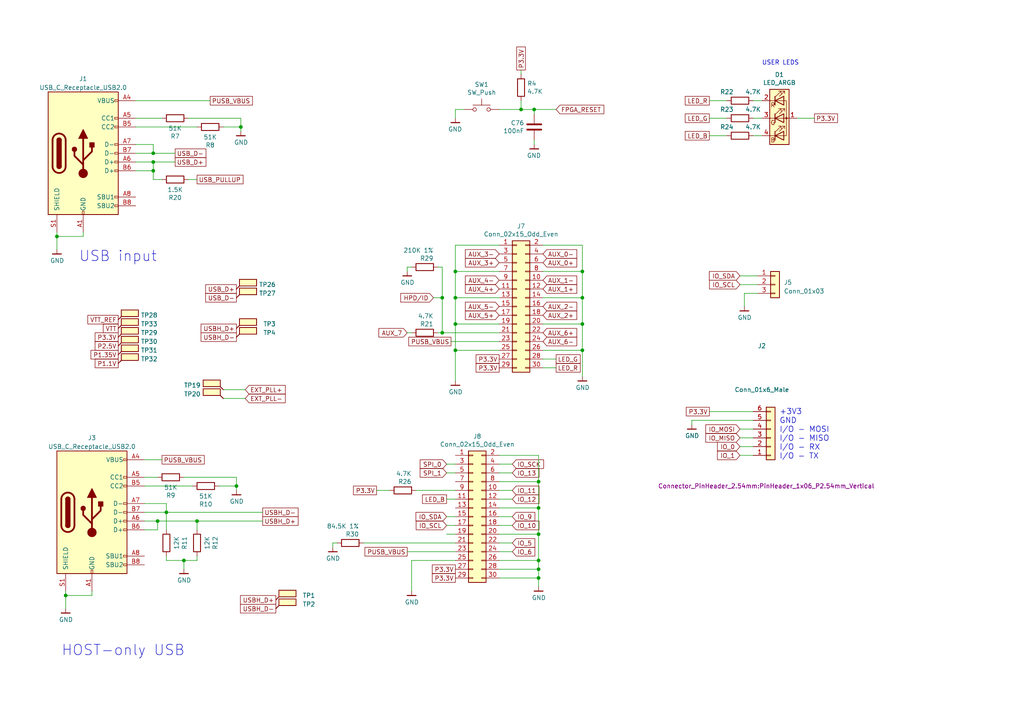
<source format=kicad_sch>
(kicad_sch (version 20231120) (generator "eeschema") (generator_version "8.0")
  (paper "A4")
  (title_block (date "2024-04-20"))
  (lib_symbols
    (symbol "Connector:TestPoint_Flag" (pin_numbers hide) (pin_names (offset 0.762) hide)
      (property "Reference" "TP" (at 3.429 1.778 0))
      (property "Value" "TestPoint_Flag" (at 3.302 4.191 0))
      (symbol "TestPoint_Flag_0_1"
        (polyline (pts (xy 0 0) (xy 0.889 0.889)) (stroke (width 0.254)))
        (rectangle (start 0.889 2.794) (end 5.842 0.889) (stroke (width 0.254)) (fill (type background)))
      )
      (symbol "TestPoint_Flag_1_1"
        (pin passive line (at 0 0 90) (length 0) (name "1") (number "1"))
      )
    )
    (symbol "Connector:USB_C_Receptacle_USB2.0" (pin_names (offset 1.016))
      (property "Reference" "J" (at -10.16 19.05 0))
      (property "Value" "USB_C_Receptacle_USB2.0" (at 19.05 19.05 0))
      (symbol "USB_C_Receptacle_USB2.0_0_0"
        (rectangle (start -0.254 -17.78) (end 0.254 -16.764))
        (rectangle (start 10.16 -14.986) (end 9.144 -15.494))
        (rectangle (start 10.16 -12.446) (end 9.144 -12.954))
        (rectangle (start 10.16 -4.826) (end 9.144 -5.334))
        (rectangle (start 10.16 -2.286) (end 9.144 -2.794))
        (rectangle (start 10.16 0.254) (end 9.144 -0.254))
        (rectangle (start 10.16 2.794) (end 9.144 2.286))
        (rectangle (start 10.16 7.874) (end 9.144 7.366))
        (rectangle (start 10.16 10.414) (end 9.144 9.906))
        (rectangle (start 10.16 15.494) (end 9.144 14.986))
      )
      (symbol "USB_C_Receptacle_USB2.0_0_1"
        (rectangle (start -10.16 17.78) (end 10.16 -17.78) (stroke (width 0.254)) (fill (type background)))
        (arc (start -8.89 -3.81) (mid -6.985 -5.7067) (end -5.08 -3.81) (stroke (width 0.508)))
        (arc (start -7.62 -3.81) (mid -6.985 -4.4423) (end -6.35 -3.81) (stroke (width 0.254)))
        (arc (start -7.62 -3.81) (mid -6.985 -4.4423) (end -6.35 -3.81) (stroke (width 0.254)) (fill (type outline)))
        (rectangle (start -7.62 -3.81) (end -6.35 3.81) (stroke (width 0.254)) (fill (type outline)))
        (arc (start -6.35 3.81) (mid -6.985 4.4423) (end -7.62 3.81) (stroke (width 0.254)))
        (arc (start -6.35 3.81) (mid -6.985 4.4423) (end -7.62 3.81) (stroke (width 0.254)) (fill (type outline)))
        (arc (start -5.08 3.81) (mid -6.985 5.7067) (end -8.89 3.81) (stroke (width 0.508)))
        (circle (center -2.54 1.143) (radius 0.635) (stroke (width 0.254)) (fill (type outline)))
        (circle (center 0 -5.842) (radius 1.27) (fill (type outline)))
        (polyline (pts (xy -8.89 -3.81) (xy -8.89 3.81)) (stroke (width 0.508)))
        (polyline (pts (xy -5.08 3.81) (xy -5.08 -3.81)) (stroke (width 0.508)))
        (polyline (pts (xy 0 -5.842) (xy 0 4.318)) (stroke (width 0.508)))
        (polyline (pts (xy 0 -3.302) (xy -2.54 -0.762) (xy -2.54 0.508)) (stroke (width 0.508)))
        (polyline (pts (xy 0 -2.032) (xy 2.54 0.508) (xy 2.54 1.778)) (stroke (width 0.508)))
        (polyline (pts (xy -1.27 4.318) (xy 0 6.858) (xy 1.27 4.318) (xy -1.27 4.318)) (stroke (width 0.254)) (fill (type outline)))
        (rectangle (start 1.905 1.778) (end 3.175 3.048) (stroke (width 0.254)) (fill (type outline)))
      )
      (symbol "USB_C_Receptacle_USB2.0_1_1"
        (pin passive line (at 0 -22.86 90) (length 5.08) (name "GND") (number "A1"))
        (pin passive line (at 0 -22.86 90) (length 5.08) hide (name "GND") (number "A12"))
        (pin passive line (at 15.24 15.24 180) (length 5.08) (name "VBUS") (number "A4"))
        (pin bidirectional line (at 15.24 10.16 180) (length 5.08) (name "CC1") (number "A5"))
        (pin bidirectional line (at 15.24 -2.54 180) (length 5.08) (name "D+") (number "A6"))
        (pin bidirectional line (at 15.24 2.54 180) (length 5.08) (name "D-") (number "A7"))
        (pin bidirectional line (at 15.24 -12.7 180) (length 5.08) (name "SBU1") (number "A8"))
        (pin passive line (at 15.24 15.24 180) (length 5.08) hide (name "VBUS") (number "A9"))
        (pin passive line (at 0 -22.86 90) (length 5.08) hide (name "GND") (number "B1"))
        (pin passive line (at 0 -22.86 90) (length 5.08) hide (name "GND") (number "B12"))
        (pin passive line (at 15.24 15.24 180) (length 5.08) hide (name "VBUS") (number "B4"))
        (pin bidirectional line (at 15.24 7.62 180) (length 5.08) (name "CC2") (number "B5"))
        (pin bidirectional line (at 15.24 -5.08 180) (length 5.08) (name "D+") (number "B6"))
        (pin bidirectional line (at 15.24 0 180) (length 5.08) (name "D-") (number "B7"))
        (pin bidirectional line (at 15.24 -15.24 180) (length 5.08) (name "SBU2") (number "B8"))
        (pin passive line (at 15.24 15.24 180) (length 5.08) hide (name "VBUS") (number "B9"))
        (pin passive line (at -7.62 -22.86 90) (length 5.08) (name "SHIELD") (number "S1"))
      )
    )
    (symbol "Connector_Generic:Conn_01x03" (pin_names (offset 1.016) hide)
      (property "Reference" "J" (at 0 5.08 0))
      (property "Value" "Conn_01x03" (at 0 -5.08 0))
      (symbol "Conn_01x03_1_1"
        (rectangle (start -1.27 -2.413) (end 0 -2.667) (stroke (width 0.1524)))
        (rectangle (start -1.27 0.127) (end 0 -0.127) (stroke (width 0.1524)))
        (rectangle (start -1.27 2.667) (end 0 2.413) (stroke (width 0.1524)))
        (rectangle (start -1.27 3.81) (end 1.27 -3.81) (stroke (width 0.254)) (fill (type background)))
        (pin passive line (at -5.08 2.54 0) (length 3.81) (name "Pin_1") (number "1"))
        (pin passive line (at -5.08 0 0) (length 3.81) (name "Pin_2") (number "2"))
        (pin passive line (at -5.08 -2.54 0) (length 3.81) (name "Pin_3") (number "3"))
      )
    )
    (symbol "Connector_Generic:Conn_01x06" (pin_names (offset 1.016) hide)
      (property "Reference" "J" (at 0 7.62 0))
      (property "Value" "Conn_01x06" (at 0 -10.16 0))
      (symbol "Conn_01x06_1_1"
        (rectangle (start -1.27 -7.493) (end 0 -7.747) (stroke (width 0.1524)))
        (rectangle (start -1.27 -4.953) (end 0 -5.207) (stroke (width 0.1524)))
        (rectangle (start -1.27 -2.413) (end 0 -2.667) (stroke (width 0.1524)))
        (rectangle (start -1.27 0.127) (end 0 -0.127) (stroke (width 0.1524)))
        (rectangle (start -1.27 2.667) (end 0 2.413) (stroke (width 0.1524)))
        (rectangle (start -1.27 5.207) (end 0 4.953) (stroke (width 0.1524)))
        (rectangle (start -1.27 6.35) (end 1.27 -8.89) (stroke (width 0.254)) (fill (type background)))
        (pin passive line (at -5.08 5.08 0) (length 3.81) (name "Pin_1") (number "1"))
        (pin passive line (at -5.08 2.54 0) (length 3.81) (name "Pin_2") (number "2"))
        (pin passive line (at -5.08 0 0) (length 3.81) (name "Pin_3") (number "3"))
        (pin passive line (at -5.08 -2.54 0) (length 3.81) (name "Pin_4") (number "4"))
        (pin passive line (at -5.08 -5.08 0) (length 3.81) (name "Pin_5") (number "5"))
        (pin passive line (at -5.08 -7.62 0) (length 3.81) (name "Pin_6") (number "6"))
      )
    )
    (symbol "Connector_Generic:Conn_02x15_Odd_Even" (pin_names (offset 1.016) hide)
      (property "Reference" "J" (at 1.27 20.32 0))
      (property "Value" "Conn_02x15_Odd_Even" (at 1.27 -20.32 0))
      (symbol "Conn_02x15_Odd_Even_1_1"
        (rectangle (start -1.27 -17.653) (end 0 -17.907) (stroke (width 0.1524)))
        (rectangle (start -1.27 -15.113) (end 0 -15.367) (stroke (width 0.1524)))
        (rectangle (start -1.27 -12.573) (end 0 -12.827) (stroke (width 0.1524)))
        (rectangle (start -1.27 -10.033) (end 0 -10.287) (stroke (width 0.1524)))
        (rectangle (start -1.27 -7.493) (end 0 -7.747) (stroke (width 0.1524)))
        (rectangle (start -1.27 -4.953) (end 0 -5.207) (stroke (width 0.1524)))
        (rectangle (start -1.27 -2.413) (end 0 -2.667) (stroke (width 0.1524)))
        (rectangle (start -1.27 0.127) (end 0 -0.127) (stroke (width 0.1524)))
        (rectangle (start -1.27 2.667) (end 0 2.413) (stroke (width 0.1524)))
        (rectangle (start -1.27 5.207) (end 0 4.953) (stroke (width 0.1524)))
        (rectangle (start -1.27 7.747) (end 0 7.493) (stroke (width 0.1524)))
        (rectangle (start -1.27 10.287) (end 0 10.033) (stroke (width 0.1524)))
        (rectangle (start -1.27 12.827) (end 0 12.573) (stroke (width 0.1524)))
        (rectangle (start -1.27 15.367) (end 0 15.113) (stroke (width 0.1524)))
        (rectangle (start -1.27 17.907) (end 0 17.653) (stroke (width 0.1524)))
        (rectangle (start -1.27 19.05) (end 3.81 -19.05) (stroke (width 0.254)) (fill (type background)))
        (rectangle (start 3.81 -17.653) (end 2.54 -17.907) (stroke (width 0.1524)))
        (rectangle (start 3.81 -15.113) (end 2.54 -15.367) (stroke (width 0.1524)))
        (rectangle (start 3.81 -12.573) (end 2.54 -12.827) (stroke (width 0.1524)))
        (rectangle (start 3.81 -10.033) (end 2.54 -10.287) (stroke (width 0.1524)))
        (rectangle (start 3.81 -7.493) (end 2.54 -7.747) (stroke (width 0.1524)))
        (rectangle (start 3.81 -4.953) (end 2.54 -5.207) (stroke (width 0.1524)))
        (rectangle (start 3.81 -2.413) (end 2.54 -2.667) (stroke (width 0.1524)))
        (rectangle (start 3.81 0.127) (end 2.54 -0.127) (stroke (width 0.1524)))
        (rectangle (start 3.81 2.667) (end 2.54 2.413) (stroke (width 0.1524)))
        (rectangle (start 3.81 5.207) (end 2.54 4.953) (stroke (width 0.1524)))
        (rectangle (start 3.81 7.747) (end 2.54 7.493) (stroke (width 0.1524)))
        (rectangle (start 3.81 10.287) (end 2.54 10.033) (stroke (width 0.1524)))
        (rectangle (start 3.81 12.827) (end 2.54 12.573) (stroke (width 0.1524)))
        (rectangle (start 3.81 15.367) (end 2.54 15.113) (stroke (width 0.1524)))
        (rectangle (start 3.81 17.907) (end 2.54 17.653) (stroke (width 0.1524)))
        (pin passive line (at -5.08 17.78 0) (length 3.81) (name "Pin_1") (number "1"))
        (pin passive line (at 7.62 7.62 180) (length 3.81) (name "Pin_10") (number "10"))
        (pin passive line (at -5.08 5.08 0) (length 3.81) (name "Pin_11") (number "11"))
        (pin passive line (at 7.62 5.08 180) (length 3.81) (name "Pin_12") (number "12"))
        (pin passive line (at -5.08 2.54 0) (length 3.81) (name "Pin_13") (number "13"))
        (pin passive line (at 7.62 2.54 180) (length 3.81) (name "Pin_14") (number "14"))
        (pin passive line (at -5.08 0 0) (length 3.81) (name "Pin_15") (number "15"))
        (pin passive line (at 7.62 0 180) (length 3.81) (name "Pin_16") (number "16"))
        (pin passive line (at -5.08 -2.54 0) (length 3.81) (name "Pin_17") (number "17"))
        (pin passive line (at 7.62 -2.54 180) (length 3.81) (name "Pin_18") (number "18"))
        (pin passive line (at -5.08 -5.08 0) (length 3.81) (name "Pin_19") (number "19"))
        (pin passive line (at 7.62 17.78 180) (length 3.81) (name "Pin_2") (number "2"))
        (pin passive line (at 7.62 -5.08 180) (length 3.81) (name "Pin_20") (number "20"))
        (pin passive line (at -5.08 -7.62 0) (length 3.81) (name "Pin_21") (number "21"))
        (pin passive line (at 7.62 -7.62 180) (length 3.81) (name "Pin_22") (number "22"))
        (pin passive line (at -5.08 -10.16 0) (length 3.81) (name "Pin_23") (number "23"))
        (pin passive line (at 7.62 -10.16 180) (length 3.81) (name "Pin_24") (number "24"))
        (pin passive line (at -5.08 -12.7 0) (length 3.81) (name "Pin_25") (number "25"))
        (pin passive line (at 7.62 -12.7 180) (length 3.81) (name "Pin_26") (number "26"))
        (pin passive line (at -5.08 -15.24 0) (length 3.81) (name "Pin_27") (number "27"))
        (pin passive line (at 7.62 -15.24 180) (length 3.81) (name "Pin_28") (number "28"))
        (pin passive line (at -5.08 -17.78 0) (length 3.81) (name "Pin_29") (number "29"))
        (pin passive line (at -5.08 15.24 0) (length 3.81) (name "Pin_3") (number "3"))
        (pin passive line (at 7.62 -17.78 180) (length 3.81) (name "Pin_30") (number "30"))
        (pin passive line (at 7.62 15.24 180) (length 3.81) (name "Pin_4") (number "4"))
        (pin passive line (at -5.08 12.7 0) (length 3.81) (name "Pin_5") (number "5"))
        (pin passive line (at 7.62 12.7 180) (length 3.81) (name "Pin_6") (number "6"))
        (pin passive line (at -5.08 10.16 0) (length 3.81) (name "Pin_7") (number "7"))
        (pin passive line (at 7.62 10.16 180) (length 3.81) (name "Pin_8") (number "8"))
        (pin passive line (at -5.08 7.62 0) (length 3.81) (name "Pin_9") (number "9"))
      )
    )
    (symbol "Device:C" (pin_numbers hide) (pin_names (offset 0.254))
      (property "Reference" "C" (at 0.635 2.54 0))
      (property "Value" "C" (at 0.635 -2.54 0))
      (symbol "C_0_1"
        (polyline (pts (xy -2.032 -0.762) (xy 2.032 -0.762)) (stroke (width 0.508)))
        (polyline (pts (xy -2.032 0.762) (xy 2.032 0.762)) (stroke (width 0.508)))
      )
      (symbol "C_1_1"
        (pin passive line (at 0 3.81 270) (length 2.794) (name "~") (number "1"))
        (pin passive line (at 0 -3.81 90) (length 2.794) (name "~") (number "2"))
      )
    )
    (symbol "Device:LED_ARGB" (pin_names (offset 0) hide)
      (property "Reference" "D" (at 0 9.398 0))
      (property "Value" "LED_ARGB" (at 0 -8.89 0))
      (symbol "LED_ARGB_0_0"
        (text "B" (at -1.905 -6.35 0) (effects (font (size 1.27 1.27))))
        (text "G" (at -1.905 -1.27 0) (effects (font (size 1.27 1.27))))
        (text "R" (at -1.905 3.81 0) (effects (font (size 1.27 1.27))))
      )
      (symbol "LED_ARGB_0_1"
        (polyline (pts (xy -1.27 -5.08) (xy -2.54 -5.08)))
        (polyline (pts (xy -1.27 -5.08) (xy 1.27 -5.08)))
        (polyline (pts (xy -1.27 -3.81) (xy -1.27 -6.35)) (stroke (width 0.254)))
        (polyline (pts (xy -1.27 0) (xy -2.54 0)))
        (polyline (pts (xy -1.27 1.27) (xy -1.27 -1.27)) (stroke (width 0.254)))
        (polyline (pts (xy -1.27 5.08) (xy -2.54 5.08)))
        (polyline (pts (xy -1.27 5.08) (xy 1.27 5.08)))
        (polyline (pts (xy -1.27 6.35) (xy -1.27 3.81)) (stroke (width 0.254)))
        (polyline (pts (xy 1.27 0) (xy -1.27 0)))
        (polyline (pts (xy 1.27 0) (xy 2.54 0)))
        (polyline (pts (xy -1.27 1.27) (xy -1.27 -1.27) (xy -1.27 -1.27)))
        (polyline (pts (xy -1.27 6.35) (xy -1.27 3.81) (xy -1.27 3.81)))
        (polyline (pts (xy 1.27 -5.08) (xy 2.032 -5.08) (xy 2.032 5.08) (xy 1.27 5.08)))
        (polyline (pts (xy 1.27 -3.81) (xy 1.27 -6.35) (xy -1.27 -5.08) (xy 1.27 -3.81)) (stroke (width 0.254)))
        (polyline (pts (xy 1.27 1.27) (xy 1.27 -1.27) (xy -1.27 0) (xy 1.27 1.27)) (stroke (width 0.254)))
        (polyline (pts (xy 1.27 6.35) (xy 1.27 3.81) (xy -1.27 5.08) (xy 1.27 6.35)) (stroke (width 0.254)))
        (polyline (pts (xy -1.016 -3.81) (xy 0.508 -2.286) (xy -0.254 -2.286) (xy 0.508 -2.286) (xy 0.508 -3.048)))
        (polyline (pts (xy -1.016 1.27) (xy 0.508 2.794) (xy -0.254 2.794) (xy 0.508 2.794) (xy 0.508 2.032)))
        (polyline (pts (xy -1.016 6.35) (xy 0.508 7.874) (xy -0.254 7.874) (xy 0.508 7.874) (xy 0.508 7.112)))
        (polyline (pts (xy 0 -3.81) (xy 1.524 -2.286) (xy 0.762 -2.286) (xy 1.524 -2.286) (xy 1.524 -3.048)))
        (polyline (pts (xy 0 1.27) (xy 1.524 2.794) (xy 0.762 2.794) (xy 1.524 2.794) (xy 1.524 2.032)))
        (polyline (pts (xy 0 6.35) (xy 1.524 7.874) (xy 0.762 7.874) (xy 1.524 7.874) (xy 1.524 7.112)))
        (rectangle (start 1.27 -1.27) (end 1.27 1.27))
        (rectangle (start 1.27 1.27) (end 1.27 1.27))
        (rectangle (start 1.27 3.81) (end 1.27 6.35))
        (rectangle (start 1.27 6.35) (end 1.27 6.35))
        (circle (center 2.032 0) (radius 0.254) (fill (type outline)))
        (rectangle (start 2.794 8.382) (end -2.794 -7.62) (stroke (width 0.254)) (fill (type background)))
      )
      (symbol "LED_ARGB_1_1"
        (pin passive line (at 5.08 0 180) (length 2.54) (name "A") (number "1"))
        (pin passive line (at -5.08 5.08 0) (length 2.54) (name "RK") (number "2"))
        (pin passive line (at -5.08 0 0) (length 2.54) (name "GK") (number "3"))
        (pin passive line (at -5.08 -5.08 0) (length 2.54) (name "BK") (number "4"))
      )
    )
    (symbol "Device:R" (pin_numbers hide) (pin_names (offset 0))
      (property "Reference" "R" (at 2.032 0 90))
      (property "Value" "R" (at 0 0 90))
      (symbol "R_0_1"
        (rectangle (start -1.016 -2.54) (end 1.016 2.54) (stroke (width 0.254)))
      )
      (symbol "R_1_1"
        (pin passive line (at 0 3.81 270) (length 1.27) (name "~") (number "1"))
        (pin passive line (at 0 -3.81 90) (length 1.27) (name "~") (number "2"))
      )
    )
    (symbol "OrangeCrab-rescue:GND-gkl_power" (power) (pin_names (offset 0))
      (property "Value" "GND-gkl_power" (at 0 -2.54 0))
      (symbol "GND-gkl_power_0_1"
        (polyline (pts (xy 0 -1.27) (xy 0 0)))
        (polyline (pts (xy 1.27 -1.27) (xy -1.27 -1.27)) (stroke (width 0.3048)))
      )
      (symbol "GND-gkl_power_1_1"
        (pin power_in line (at 0 0 270) (length 0) hide (name "GND") (number "1"))
      )
    )
    (symbol "Switch:SW_Push" (pin_numbers hide) (pin_names (offset 1.016) hide)
      (property "Reference" "SW" (at 1.27 2.54 0))
      (property "Value" "SW_Push" (at 0 -1.524 0))
      (symbol "SW_Push_0_1"
        (circle (center -2.032 0) (radius 0.508))
        (polyline (pts (xy 0 1.27) (xy 0 3.048)))
        (polyline (pts (xy 2.54 1.27) (xy -2.54 1.27)))
        (circle (center 2.032 0) (radius 0.508))
        (pin passive line (at -5.08 0 0) (length 2.54) (name "1") (number "1"))
        (pin passive line (at 5.08 0 180) (length 2.54) (name "2") (number "2"))
      )
    )
  )
  (junction (at 168.91 86.36))
  (junction (at 156.21 139.7))
  (junction (at 19.05 172.72))
  (junction (at 156.21 162.56))
  (junction (at 156.21 154.94))
  (junction (at 128.27 96.52))
  (junction (at 69.85 36.83))
  (junction (at 132.08 93.98))
  (junction (at 45.72 151.13))
  (junction (at 132.08 101.6))
  (junction (at 44.45 49.53))
  (junction (at 168.91 93.98))
  (junction (at 168.91 101.6))
  (junction (at 53.34 162.56))
  (junction (at 128.27 86.36))
  (junction (at 68.58 140.97))
  (junction (at 156.21 167.64))
  (junction (at 132.08 86.36))
  (junction (at 48.26 148.59))
  (junction (at 156.21 165.1))
  (junction (at 57.15 151.13))
  (junction (at 44.45 46.99))
  (junction (at 156.21 147.32))
  (junction (at 151.13 31.75))
  (junction (at 154.94 31.75))
  (junction (at 132.08 78.74))
  (junction (at 16.51 68.58))
  (junction (at 168.91 78.74))
  (junction (at 44.45 44.45))
  (wire (pts (xy 97.79 157.48) (xy 96.52 157.48)))
  (wire (pts (xy 156.21 139.7) (xy 156.21 147.32)))
  (wire (pts (xy 144.78 152.4) (xy 148.59 152.4)))
  (wire (pts (xy 168.91 78.74) (xy 168.91 86.36)))
  (wire (pts (xy 168.91 86.36) (xy 168.91 93.98)))
  (wire (pts (xy 144.78 165.1) (xy 156.21 165.1)))
  (wire (pts (xy 24.13 67.31) (xy 24.13 68.58)))
  (wire (pts (xy 218.44 39.37) (xy 220.98 39.37)))
  (wire (pts (xy 57.15 151.13) (xy 57.15 153.67)))
  (wire (pts (xy 132.08 149.86) (xy 129.54 149.86)))
  (wire (pts (xy 144.78 99.06) (xy 130.81 99.06)))
  (wire (pts (xy 127 96.52) (xy 128.27 96.52)))
  (wire (pts (xy 144.78 144.78) (xy 148.59 144.78)))
  (wire (pts (xy 57.15 161.29) (xy 57.15 162.56)))
  (wire (pts (xy 128.27 77.47) (xy 128.27 86.36)))
  (wire (pts (xy 132.08 144.78) (xy 129.54 144.78)))
  (wire (pts (xy 129.54 137.16) (xy 132.08 137.16)))
  (wire (pts (xy 125.73 86.36) (xy 128.27 86.36)))
  (wire (pts (xy 128.27 86.36) (xy 128.27 96.52)))
  (wire (pts (xy 24.13 68.58) (xy 16.51 68.58)))
  (wire (pts (xy 45.72 151.13) (xy 57.15 151.13)))
  (wire (pts (xy 144.78 160.02) (xy 148.59 160.02)))
  (wire (pts (xy 144.78 147.32) (xy 156.21 147.32)))
  (wire (pts (xy 218.44 124.46) (xy 214.63 124.46)))
  (wire (pts (xy 26.67 171.45) (xy 26.67 172.72)))
  (wire (pts (xy 154.94 31.75) (xy 161.29 31.75)))
  (wire (pts (xy 156.21 165.1) (xy 156.21 167.64)))
  (wire (pts (xy 132.08 160.02) (xy 118.11 160.02)))
  (wire (pts (xy 119.38 77.47) (xy 118.11 77.47)))
  (wire (pts (xy 39.37 29.21) (xy 60.96 29.21)))
  (wire (pts (xy 53.34 162.56) (xy 53.34 165.1)))
  (wire (pts (xy 132.08 93.98) (xy 132.08 86.36)))
  (wire (pts (xy 157.48 106.68) (xy 161.29 106.68)))
  (wire (pts (xy 119.38 171.45) (xy 119.38 162.56)))
  (wire (pts (xy 127 77.47) (xy 128.27 77.47)))
  (wire (pts (xy 68.58 138.43) (xy 68.58 140.97)))
  (wire (pts (xy 144.78 132.08) (xy 156.21 132.08)))
  (wire (pts (xy 41.91 153.67) (xy 45.72 153.67)))
  (wire (pts (xy 53.34 138.43) (xy 68.58 138.43)))
  (wire (pts (xy 132.08 86.36) (xy 132.08 78.74)))
  (wire (pts (xy 156.21 167.64) (xy 156.21 170.18)))
  (wire (pts (xy 157.48 86.36) (xy 168.91 86.36)))
  (wire (pts (xy 109.22 142.24) (xy 113.03 142.24)))
  (wire (pts (xy 16.51 68.58) (xy 16.51 72.39)))
  (wire (pts (xy 48.26 146.05) (xy 48.26 148.59)))
  (wire (pts (xy 157.48 101.6) (xy 168.91 101.6)))
  (wire (pts (xy 157.48 93.98) (xy 168.91 93.98)))
  (wire (pts (xy 218.44 29.21) (xy 220.98 29.21)))
  (wire (pts (xy 118.11 77.47) (xy 118.11 78.74)))
  (wire (pts (xy 71.12 113.03) (xy 64.77 113.03)))
  (wire (pts (xy 50.8 44.45) (xy 44.45 44.45)))
  (wire (pts (xy 41.91 146.05) (xy 48.26 146.05)))
  (wire (pts (xy 48.26 162.56) (xy 53.34 162.56)))
  (wire (pts (xy 156.21 154.94) (xy 156.21 162.56)))
  (wire (pts (xy 157.48 104.14) (xy 161.29 104.14)))
  (wire (pts (xy 144.78 142.24) (xy 148.59 142.24)))
  (wire (pts (xy 210.82 39.37) (xy 205.74 39.37)))
  (wire (pts (xy 218.44 121.92) (xy 200.66 121.92)))
  (wire (pts (xy 16.51 67.31) (xy 16.51 68.58)))
  (wire (pts (xy 120.65 142.24) (xy 132.08 142.24)))
  (wire (pts (xy 200.66 121.92) (xy 200.66 123.19)))
  (wire (pts (xy 144.78 167.64) (xy 156.21 167.64)))
  (wire (pts (xy 19.05 171.45) (xy 19.05 172.72)))
  (wire (pts (xy 144.78 86.36) (xy 132.08 86.36)))
  (wire (pts (xy 44.45 52.07) (xy 44.45 49.53)))
  (wire (pts (xy 132.08 31.75) (xy 134.62 31.75)))
  (wire (pts (xy 218.44 127) (xy 214.63 127)))
  (wire (pts (xy 144.78 93.98) (xy 132.08 93.98)))
  (wire (pts (xy 26.67 172.72) (xy 19.05 172.72)))
  (wire (pts (xy 210.82 34.29) (xy 205.74 34.29)))
  (wire (pts (xy 41.91 151.13) (xy 45.72 151.13)))
  (wire (pts (xy 151.13 31.75) (xy 154.94 31.75)))
  (wire (pts (xy 44.45 46.99) (xy 50.8 46.99)))
  (wire (pts (xy 63.5 140.97) (xy 68.58 140.97)))
  (wire (pts (xy 157.48 78.74) (xy 168.91 78.74)))
  (wire (pts (xy 215.9 85.09) (xy 219.71 85.09)))
  (wire (pts (xy 39.37 36.83) (xy 57.15 36.83)))
  (wire (pts (xy 53.34 162.56) (xy 57.15 162.56)))
  (wire (pts (xy 151.13 31.75) (xy 144.78 31.75)))
  (wire (pts (xy 218.44 132.08) (xy 214.63 132.08)))
  (wire (pts (xy 44.45 44.45) (xy 39.37 44.45)))
  (wire (pts (xy 96.52 157.48) (xy 96.52 158.75)))
  (wire (pts (xy 156.21 162.56) (xy 156.21 165.1)))
  (wire (pts (xy 45.72 153.67) (xy 45.72 151.13)))
  (wire (pts (xy 132.08 110.49) (xy 132.08 101.6)))
  (wire (pts (xy 19.05 172.72) (xy 19.05 176.53)))
  (wire (pts (xy 129.54 134.62) (xy 132.08 134.62)))
  (wire (pts (xy 151.13 20.32) (xy 151.13 21.59)))
  (wire (pts (xy 132.08 162.56) (xy 119.38 162.56)))
  (wire (pts (xy 214.63 80.01) (xy 219.71 80.01)))
  (wire (pts (xy 48.26 148.59) (xy 48.26 153.67)))
  (wire (pts (xy 210.82 29.21) (xy 205.74 29.21)))
  (wire (pts (xy 64.77 36.83) (xy 69.85 36.83)))
  (wire (pts (xy 132.08 101.6) (xy 132.08 93.98)))
  (wire (pts (xy 144.78 137.16) (xy 148.59 137.16)))
  (wire (pts (xy 69.85 34.29) (xy 69.85 36.83)))
  (wire (pts (xy 41.91 133.35) (xy 46.99 133.35)))
  (wire (pts (xy 220.98 34.29) (xy 218.44 34.29)))
  (wire (pts (xy 39.37 41.91) (xy 44.45 41.91)))
  (wire (pts (xy 41.91 138.43) (xy 45.72 138.43)))
  (wire (pts (xy 41.91 148.59) (xy 48.26 148.59)))
  (wire (pts (xy 132.08 34.29) (xy 132.08 31.75)))
  (wire (pts (xy 44.45 49.53) (xy 44.45 46.99)))
  (wire (pts (xy 144.78 157.48) (xy 148.59 157.48)))
  (wire (pts (xy 48.26 148.59) (xy 76.2 148.59)))
  (wire (pts (xy 105.41 157.48) (xy 132.08 157.48)))
  (wire (pts (xy 144.78 154.94) (xy 156.21 154.94)))
  (wire (pts (xy 154.94 40.64) (xy 154.94 41.91)))
  (wire (pts (xy 236.22 34.29) (xy 231.14 34.29)))
  (wire (pts (xy 54.61 52.07) (xy 57.15 52.07)))
  (wire (pts (xy 144.78 162.56) (xy 156.21 162.56)))
  (wire (pts (xy 168.91 93.98) (xy 168.91 101.6)))
  (wire (pts (xy 218.44 119.38) (xy 205.74 119.38)))
  (wire (pts (xy 215.9 88.9) (xy 215.9 85.09)))
  (wire (pts (xy 132.08 152.4) (xy 129.54 152.4)))
  (wire (pts (xy 156.21 132.08) (xy 156.21 139.7)))
  (wire (pts (xy 154.94 31.75) (xy 154.94 33.02)))
  (wire (pts (xy 151.13 29.21) (xy 151.13 31.75)))
  (wire (pts (xy 214.63 82.55) (xy 219.71 82.55)))
  (wire (pts (xy 144.78 134.62) (xy 148.59 134.62)))
  (wire (pts (xy 71.12 115.57) (xy 64.77 115.57)))
  (wire (pts (xy 144.78 149.86) (xy 148.59 149.86)))
  (wire (pts (xy 39.37 46.99) (xy 44.45 46.99)))
  (wire (pts (xy 39.37 49.53) (xy 44.45 49.53)))
  (wire (pts (xy 132.08 71.12) (xy 144.78 71.12)))
  (wire (pts (xy 39.37 34.29) (xy 46.99 34.29)))
  (wire (pts (xy 168.91 101.6) (xy 168.91 109.22)))
  (wire (pts (xy 69.85 36.83) (xy 69.85 38.1)))
  (wire (pts (xy 128.27 96.52) (xy 144.78 96.52)))
  (wire (pts (xy 144.78 101.6) (xy 132.08 101.6)))
  (wire (pts (xy 129.54 154.94) (xy 132.08 154.94)))
  (wire (pts (xy 118.11 96.52) (xy 119.38 96.52)))
  (wire (pts (xy 168.91 71.12) (xy 168.91 78.74)))
  (wire (pts (xy 157.48 71.12) (xy 168.91 71.12)))
  (wire (pts (xy 144.78 78.74) (xy 132.08 78.74)))
  (wire (pts (xy 46.99 52.07) (xy 44.45 52.07)))
  (wire (pts (xy 48.26 161.29) (xy 48.26 162.56)))
  (wire (pts (xy 57.15 151.13) (xy 76.2 151.13)))
  (wire (pts (xy 132.08 78.74) (xy 132.08 71.12)))
  (wire (pts (xy 41.91 140.97) (xy 55.88 140.97)))
  (wire (pts (xy 44.45 41.91) (xy 44.45 44.45)))
  (wire (pts (xy 54.61 34.29) (xy 69.85 34.29)))
  (wire (pts (xy 156.21 147.32) (xy 156.21 154.94)))
  (wire (pts (xy 218.44 129.54) (xy 214.63 129.54)))
  (wire (pts (xy 68.58 140.97) (xy 68.58 142.24)))
  (wire (pts (xy 144.78 139.7) (xy 156.21 139.7)))
  (text "USB input" (at 22.86 76.2 0) (effects (font (size 3 3)) (justify left bottom)))
  (text "HOST-only USB" (at 17.78 190.5 0) (effects (font (size 3 3)) (justify left bottom)))
  (text "USER LEDS" (at 220.98 19.05 0) (effects (font (size 1.27 1.27)) (justify left bottom)))
  (text "+3V3\nGND\nI/O - MOSI\nI/O - MISO\nI/O - RX\nI/O - TX" (at 226.06 133.35 0) (effects (font (size 1.6002 1.6002)) (justify left bottom)))
  (global_label "IO_12" (shape input) (at 148.59 144.78 0) (property "Intersheetrefs" "${INTERSHEET_REFS}" (effects (hide yes))))
  (global_label "USBH_D+" (shape passive) (at 76.2 151.13 0) (property "Intersheetrefs" "${INTERSHEET_REFS}" (effects (hide yes))))
  (global_label "USB_PULLUP" (shape passive) (at 57.15 52.07 0) (property "Intersheetrefs" "${INTERSHEET_REFS}" (effects (hide yes))))
  (global_label "IO_SCK" (shape input) (at 148.59 134.62 0) (property "Intersheetrefs" "${INTERSHEET_REFS}" (effects (hide yes))))
  (global_label "AUX_1+" (shape input) (at 157.48 83.82 0) (property "Intersheetrefs" "${INTERSHEET_REFS}" (effects (hide yes))))
  (global_label "LED_R" (shape passive) (at 205.74 29.21 180) (property "Intersheetrefs" "${INTERSHEET_REFS}" (effects (hide yes))))
  (global_label "IO_10" (shape input) (at 148.59 152.4 0) (property "Intersheetrefs" "${INTERSHEET_REFS}" (effects (hide yes))))
  (global_label "IO_11" (shape input) (at 148.59 142.24 0) (property "Intersheetrefs" "${INTERSHEET_REFS}" (effects (hide yes))))
  (global_label "USB_D-" (shape passive) (at 68.58 86.36 180) (property "Intersheetrefs" "${INTERSHEET_REFS}" (effects (hide yes))))
  (global_label "P1.35V" (shape passive) (at 34.29 102.87 180) (property "Intersheetrefs" "${INTERSHEET_REFS}" (effects (hide yes))))
  (global_label "USBH_D-" (shape passive) (at 76.2 148.59 0) (property "Intersheetrefs" "${INTERSHEET_REFS}" (effects (hide yes))))
  (global_label "USBH_D-" (shape passive) (at 68.58 97.79 180) (property "Intersheetrefs" "${INTERSHEET_REFS}" (effects (hide yes))))
  (global_label "IO_SDA" (shape input) (at 129.54 149.86 180) (property "Intersheetrefs" "${INTERSHEET_REFS}" (effects (hide yes))))
  (global_label "AUX_5+" (shape input) (at 144.78 91.44 180) (property "Intersheetrefs" "${INTERSHEET_REFS}" (effects (hide yes))))
  (global_label "IO_13" (shape input) (at 148.59 137.16 0) (property "Intersheetrefs" "${INTERSHEET_REFS}" (effects (hide yes))))
  (global_label "P3.3V" (shape passive) (at 144.78 106.68 180) (property "Intersheetrefs" "${INTERSHEET_REFS}" (effects (hide yes))))
  (global_label "VTT" (shape passive) (at 34.29 95.25 180) (property "Intersheetrefs" "${INTERSHEET_REFS}" (effects (hide yes))))
  (global_label "P3.3V" (shape passive) (at 236.22 34.29 0) (property "Intersheetrefs" "${INTERSHEET_REFS}" (effects (hide yes))))
  (global_label "P3.3V" (shape passive) (at 144.78 104.14 180) (property "Intersheetrefs" "${INTERSHEET_REFS}" (effects (hide yes))))
  (global_label "LED_B" (shape passive) (at 205.74 39.37 180) (property "Intersheetrefs" "${INTERSHEET_REFS}" (effects (hide yes))))
  (global_label "P3.3V" (shape passive) (at 34.29 97.79 180) (property "Intersheetrefs" "${INTERSHEET_REFS}" (effects (hide yes))))
  (global_label "EXT_PLL-" (shape input) (at 71.12 115.57 0) (property "Intersheetrefs" "${INTERSHEET_REFS}" (effects (hide yes))))
  (global_label "FPGA_RESET" (shape input) (at 161.29 31.75 0) (property "Intersheetrefs" "${INTERSHEET_REFS}" (effects (hide yes))))
  (global_label "P3.3V" (shape passive) (at 132.08 165.1 180) (property "Intersheetrefs" "${INTERSHEET_REFS}" (effects (hide yes))))
  (global_label "EXT_PLL+" (shape input) (at 71.12 113.03 0) (property "Intersheetrefs" "${INTERSHEET_REFS}" (effects (hide yes))))
  (global_label "P3.3V" (shape passive) (at 109.22 142.24 180) (property "Intersheetrefs" "${INTERSHEET_REFS}" (effects (hide yes))))
  (global_label "USBH_D-" (shape passive) (at 80.01 176.53 180) (property "Intersheetrefs" "${INTERSHEET_REFS}" (effects (hide yes))))
  (global_label "AUX_3-" (shape input) (at 144.78 73.66 180) (property "Intersheetrefs" "${INTERSHEET_REFS}" (effects (hide yes))))
  (global_label "AUX_0+" (shape input) (at 157.48 76.2 0) (property "Intersheetrefs" "${INTERSHEET_REFS}" (effects (hide yes))))
  (global_label "P3.3V" (shape passive) (at 132.08 167.64 180) (property "Intersheetrefs" "${INTERSHEET_REFS}" (effects (hide yes))))
  (global_label "LED_G" (shape passive) (at 205.74 34.29 180) (property "Intersheetrefs" "${INTERSHEET_REFS}" (effects (hide yes))))
  (global_label "AUX_5-" (shape input) (at 144.78 88.9 180) (property "Intersheetrefs" "${INTERSHEET_REFS}" (effects (hide yes))))
  (global_label "AUX_4-" (shape input) (at 144.78 81.28 180) (property "Intersheetrefs" "${INTERSHEET_REFS}" (effects (hide yes))))
  (global_label "IO_6" (shape input) (at 148.59 160.02 0) (property "Intersheetrefs" "${INTERSHEET_REFS}" (effects (hide yes))))
  (global_label "P1.1V" (shape passive) (at 34.29 105.41 180) (property "Intersheetrefs" "${INTERSHEET_REFS}" (effects (hide yes))))
  (global_label "P3.3V" (shape passive) (at 205.74 119.38 180) (property "Intersheetrefs" "${INTERSHEET_REFS}" (effects (hide yes))))
  (global_label "AUX_6+" (shape input) (at 157.48 96.52 0) (property "Intersheetrefs" "${INTERSHEET_REFS}" (effects (hide yes))))
  (global_label "IO_MISO" (shape input) (at 214.63 127 180) (property "Intersheetrefs" "${INTERSHEET_REFS}" (effects (hide yes))))
  (global_label "AUX_6-" (shape input) (at 157.48 99.06 0) (property "Intersheetrefs" "${INTERSHEET_REFS}" (effects (hide yes))))
  (global_label "AUX_2-" (shape input) (at 157.48 88.9 0) (property "Intersheetrefs" "${INTERSHEET_REFS}" (effects (hide yes))))
  (global_label "USBH_D+" (shape passive) (at 68.58 95.25 180) (property "Intersheetrefs" "${INTERSHEET_REFS}" (effects (hide yes))))
  (global_label "PUSB_VBUS" (shape passive) (at 118.11 160.02 180) (property "Intersheetrefs" "${INTERSHEET_REFS}" (effects (hide yes))))
  (global_label "AUX_3+" (shape input) (at 144.78 76.2 180) (property "Intersheetrefs" "${INTERSHEET_REFS}" (effects (hide yes))))
  (global_label "HPD{slash}ID" (shape input) (at 125.73 86.36 180) (property "Intersheetrefs" "${INTERSHEET_REFS}" (effects (hide yes))))
  (global_label "IO_SDA" (shape input) (at 214.63 80.01 180) (property "Intersheetrefs" "${INTERSHEET_REFS}" (effects (hide yes))))
  (global_label "P3.3V" (shape passive) (at 151.13 20.32 90) (property "Intersheetrefs" "${INTERSHEET_REFS}" (effects (hide yes))))
  (global_label "LED_R" (shape passive) (at 161.29 106.68 0) (property "Intersheetrefs" "${INTERSHEET_REFS}" (effects (hide yes))))
  (global_label "IO_5" (shape input) (at 148.59 157.48 0) (property "Intersheetrefs" "${INTERSHEET_REFS}" (effects (hide yes))))
  (global_label "USB_D+" (shape passive) (at 50.8 46.99 0) (property "Intersheetrefs" "${INTERSHEET_REFS}" (effects (hide yes))))
  (global_label "USB_D-" (shape passive) (at 50.8 44.45 0) (property "Intersheetrefs" "${INTERSHEET_REFS}" (effects (hide yes))))
  (global_label "AUX_0-" (shape input) (at 157.48 73.66 0) (property "Intersheetrefs" "${INTERSHEET_REFS}" (effects (hide yes))))
  (global_label "IO_9" (shape input) (at 148.59 149.86 0) (property "Intersheetrefs" "${INTERSHEET_REFS}" (effects (hide yes))))
  (global_label "PUSB_VBUS" (shape passive) (at 60.96 29.21 0) (property "Intersheetrefs" "${INTERSHEET_REFS}" (effects (hide yes))))
  (global_label "SPI_0" (shape input) (at 129.54 134.62 180) (property "Intersheetrefs" "${INTERSHEET_REFS}" (effects (hide yes))))
  (global_label "PUSB_VBUS" (shape passive) (at 46.99 133.35 0) (property "Intersheetrefs" "${INTERSHEET_REFS}" (effects (hide yes))))
  (global_label "IO_1" (shape input) (at 214.63 132.08 180) (property "Intersheetrefs" "${INTERSHEET_REFS}" (effects (hide yes))))
  (global_label "AUX_1-" (shape input) (at 157.48 81.28 0) (property "Intersheetrefs" "${INTERSHEET_REFS}" (effects (hide yes))))
  (global_label "USB_D+" (shape passive) (at 68.58 83.82 180) (property "Intersheetrefs" "${INTERSHEET_REFS}" (effects (hide yes))))
  (global_label "AUX_4+" (shape input) (at 144.78 83.82 180) (property "Intersheetrefs" "${INTERSHEET_REFS}" (effects (hide yes))))
  (global_label "LED_B" (shape passive) (at 129.54 144.78 180) (property "Intersheetrefs" "${INTERSHEET_REFS}" (effects (hide yes))))
  (global_label "AUX_2+" (shape input) (at 157.48 91.44 0) (property "Intersheetrefs" "${INTERSHEET_REFS}" (effects (hide yes))))
  (global_label "PUSB_VBUS" (shape passive) (at 130.81 99.06 180) (property "Intersheetrefs" "${INTERSHEET_REFS}" (effects (hide yes))))
  (global_label "AUX_7" (shape input) (at 118.11 96.52 180) (property "Intersheetrefs" "${INTERSHEET_REFS}" (effects (hide yes))))
  (global_label "USBH_D+" (shape passive) (at 80.01 173.99 180) (property "Intersheetrefs" "${INTERSHEET_REFS}" (effects (hide yes))))
  (global_label "IO_MOSI" (shape input) (at 214.63 124.46 180) (property "Intersheetrefs" "${INTERSHEET_REFS}" (effects (hide yes))))
  (global_label "VTT_REF" (shape passive) (at 34.29 92.71 180) (property "Intersheetrefs" "${INTERSHEET_REFS}" (effects (hide yes))))
  (global_label "IO_SCL" (shape input) (at 129.54 152.4 180) (property "Intersheetrefs" "${INTERSHEET_REFS}" (effects (hide yes))))
  (global_label "IO_SCL" (shape input) (at 214.63 82.55 180) (property "Intersheetrefs" "${INTERSHEET_REFS}" (effects (hide yes))))
  (global_label "LED_G" (shape passive) (at 161.29 104.14 0) (property "Intersheetrefs" "${INTERSHEET_REFS}" (effects (hide yes))))
  (global_label "P2.5V" (shape passive) (at 34.29 100.33 180) (property "Intersheetrefs" "${INTERSHEET_REFS}" (effects (hide yes))))
  (global_label "IO_0" (shape input) (at 214.63 129.54 180) (property "Intersheetrefs" "${INTERSHEET_REFS}" (effects (hide yes))))
  (global_label "SPI_1" (shape input) (at 129.54 137.16 180) (property "Intersheetrefs" "${INTERSHEET_REFS}" (effects (hide yes))))
  (symbol (lib_id "OrangeCrab-rescue:GND-gkl_power") (at 200.66 123.19 0) (unit 1)
    (property "Reference" "#PWR0133" (effects (hide yes)))
    (property "Value" "GND" (at 200.7362 126.3904 0))
  )
  (symbol (lib_id "Connector:TestPoint_Flag") (at 68.58 83.82 0) (unit 1)
    (property "Reference" "TP26" (at 80.01 82.55 0) (effects (justify right)))
    (property "Value" "SMD_TP" (effects (hide yes)))
    (property "Footprint" "gkl_misc:TestPoint_Pad_D0.5mm" (effects (hide yes)))
  )
  (symbol (lib_id "Connector:TestPoint_Flag") (at 68.58 86.36 0) (unit 1)
    (property "Reference" "TP27" (at 80.01 85.09 0) (effects (justify right)))
    (property "Value" "SMD_TP" (effects (hide yes)))
    (property "Footprint" "gkl_misc:TestPoint_Pad_D0.5mm" (effects (hide yes)))
  )
  (symbol (lib_id "Connector:TestPoint_Flag") (at 34.29 102.87 0) (unit 1)
    (property "Reference" "TP31" (at 45.72 101.6 0) (effects (justify right)))
    (property "Value" "SMD_TP" (effects (hide yes)))
    (property "Footprint" "gkl_misc:TestPoint_Pad_D0.5mm" (effects (hide yes)))
  )
  (symbol (lib_id "Connector:TestPoint_Flag") (at 34.29 105.41 0) (unit 1)
    (property "Reference" "TP32" (at 45.72 104.14 0) (effects (justify right)))
    (property "Value" "SMD_TP" (effects (hide yes)))
    (property "Footprint" "gkl_misc:TestPoint_Pad_D0.5mm" (effects (hide yes)))
  )
  (symbol (lib_id "Connector:TestPoint_Flag") (at 34.29 100.33 0) (unit 1)
    (property "Reference" "TP30" (at 45.72 99.06 0) (effects (justify right)))
    (property "Value" "SMD_TP" (effects (hide yes)))
    (property "Footprint" "gkl_misc:TestPoint_Pad_D0.5mm" (effects (hide yes)))
  )
  (symbol (lib_id "Connector:TestPoint_Flag") (at 34.29 97.79 0) (unit 1)
    (property "Reference" "TP29" (at 45.72 96.52 0) (effects (justify right)))
    (property "Value" "SMD_TP" (effects (hide yes)))
    (property "Footprint" "gkl_misc:TestPoint_Pad_D0.5mm" (effects (hide yes)))
  )
  (symbol (lib_id "Connector:TestPoint_Flag") (at 34.29 95.25 0) (unit 1)
    (property "Reference" "TP33" (at 45.72 93.98 0) (effects (justify right)))
    (property "Value" "SMD_TP" (effects (hide yes)))
    (property "Footprint" "gkl_misc:TestPoint_Pad_D0.5mm" (effects (hide yes)))
  )
  (symbol (lib_id "Connector:TestPoint_Flag") (at 34.29 92.71 0) (unit 1)
    (property "Reference" "TP28" (at 45.72 91.44 0) (effects (justify right)))
    (property "Value" "SMD_TP" (effects (hide yes)))
    (property "Footprint" "gkl_misc:TestPoint_Pad_D0.5mm" (effects (hide yes)))
  )
  (symbol (lib_id "OrangeCrab-rescue:GND-gkl_power") (at 16.51 72.39 0) (unit 1)
    (property "Reference" "#PWR0121" (effects (hide yes)))
    (property "Value" "GND" (at 16.5862 75.5904 0))
  )
  (symbol (lib_id "Device:R") (at 50.8 52.07 90) (mirror x) (unit 1)
    (property "Reference" "R20" (at 50.8 57.3278 90))
    (property "Value" "1.5K" (at 50.8 55.0164 90))
    (property "Footprint" "Resistor_SMD:R_0201_0603Metric" (effects (hide yes)))
    (property "Mfg" "‎Yageo‎" (effects (hide yes)))
    (property "PN" "RC0201FR-071K5L" (effects (hide yes)))
  )
  (symbol (lib_id "Connector_Generic:Conn_02x15_Odd_Even") (at 149.86 88.9 0) (unit 1)
    (property "Reference" "J7" (at 151.13 65.6082 0))
    (property "Value" "Conn_02x15_Odd_Even" (at 151.13 67.9196 0))
    (property "Footprint" "gkl_conn:DF12(3.0)-30DP-0.5V(86)" (effects (hide yes)))
    (property "Mfg" "HRS(Hirose)" (effects (hide yes)))
    (property "PN" "DF12(3.0)-30DS-0.5V(86)" (effects (hide yes)))
  )
  (symbol (lib_id "OrangeCrab-rescue:GND-gkl_power") (at 168.91 109.22 0) (unit 1)
    (property "Reference" "#PWR0172" (effects (hide yes)))
    (property "Value" "GND" (at 168.9862 112.4204 0))
  )
  (symbol (lib_id "OrangeCrab-rescue:GND-gkl_power") (at 132.08 110.49 0) (unit 1)
    (property "Reference" "#PWR0173" (effects (hide yes)))
    (property "Value" "GND" (at 132.1562 113.6904 0))
  )
  (symbol (lib_id "Device:LED_ARGB") (at 226.06 34.29 0) (unit 1)
    (property "Reference" "D1" (at 226.06 21.6662 0))
    (property "Value" "LED_ARGB" (at 226.06 23.9776 0))
    (property "Footprint" "gkl_led:0404LED_RGB" (effects (hide yes)))
    (property "Mfg" "MEIHUA" (effects (hide yes)))
    (property "PN" "MHPA1010RGBDT" (effects (hide yes)))
  )
  (symbol (lib_id "Device:R") (at 214.63 29.21 90) (unit 1)
    (property "Reference" "R22" (at 210.82 26.67 90))
    (property "Value" "4.7K" (at 218.44 26.67 90))
    (property "Footprint" "Resistor_SMD:R_0201_0603Metric" (effects (hide yes)))
    (property "Mfg" "‎Yageo‎" (effects (hide yes)))
    (property "PN" "RC0201FR-074K7L" (effects (hide yes)))
  )
  (symbol (lib_id "Device:R") (at 214.63 34.29 90) (unit 1)
    (property "Reference" "R23" (at 210.82 31.75 90))
    (property "Value" "4.7K" (at 218.44 31.75 90))
    (property "Footprint" "Resistor_SMD:R_0201_0603Metric" (effects (hide yes)))
    (property "Mfg" "‎Yageo‎" (effects (hide yes)))
    (property "PN" "RC0201FR-074K7L" (effects (hide yes)))
  )
  (symbol (lib_id "Device:R") (at 214.63 39.37 90) (unit 1)
    (property "Reference" "R24" (at 210.82 36.83 90))
    (property "Value" "4.7K" (at 218.44 36.83 90))
    (property "Footprint" "Resistor_SMD:R_0201_0603Metric" (effects (hide yes)))
    (property "Mfg" "‎Yageo‎" (effects (hide yes)))
    (property "PN" "RC0201FR-074K7L" (effects (hide yes)))
  )
  (symbol (lib_id "Switch:SW_Push") (at 139.7 31.75 0) (unit 1)
    (property "Reference" "SW1" (at 139.7 24.511 0))
    (property "Value" "SW_Push" (at 139.7 26.8224 0))
    (property "Footprint" "gkl_misc:PTS_810_SMT_Switch" (effects (hide yes)))
    (property "PN" "PTS810SJM250SMTRLFS" (effects (hide yes)))
    (property "Mfg" "C&K" (effects (hide yes)))
  )
  (symbol (lib_id "Device:R") (at 151.13 25.4 0) (unit 1)
    (property "Reference" "R4" (at 152.908 24.2316 0) (effects (justify left)))
    (property "Value" "4.7K" (at 152.908 26.543 0) (effects (justify left)))
    (property "Footprint" "Resistor_SMD:R_0201_0603Metric" (effects (hide yes)))
    (property "Mfg" "‎Yageo‎" (effects (hide yes)))
    (property "PN" "RC0201FR-074K7L" (effects (hide yes)))
  )
  (symbol (lib_id "OrangeCrab-rescue:GND-gkl_power") (at 132.08 34.29 0) (mirror y) (unit 1)
    (property "Reference" "#PWR0164" (effects (hide yes)))
    (property "Value" "GND" (at 132.0038 37.4904 0))
  )
  (symbol (lib_id "Device:C") (at 154.94 36.83 0) (unit 1)
    (property "Reference" "C76" (at 152.0444 35.6616 0) (effects (justify right)))
    (property "Value" "100nF" (at 152.0444 37.973 0) (effects (justify right)))
    (property "Footprint" "Capacitor_SMD:C_0201_0603Metric" (effects (hide yes)))
    (property "Mfg" "Samsung Electro-Mechanics" (effects (hide yes)))
    (property "PN" "CL03A104KQ3NNNC" (effects (hide yes)))
  )
  (symbol (lib_id "OrangeCrab-rescue:GND-gkl_power") (at 154.94 41.91 0) (mirror y) (unit 1)
    (property "Reference" "#PWR0165" (effects (hide yes)))
    (property "Value" "GND" (at 154.8638 45.1104 0))
  )
  (symbol (lib_id "Connector:TestPoint_Flag") (at 64.77 113.03 0) (mirror y) (unit 1)
    (property "Reference" "TP19" (at 53.34 111.76 0) (effects (justify right)))
    (property "Value" "SMD_TP" (effects (hide yes)))
    (property "Footprint" "gkl_misc:TestPoint_Pad_D0.5mm" (effects (hide yes)))
  )
  (symbol (lib_id "Connector:TestPoint_Flag") (at 64.77 115.57 0) (mirror y) (unit 1)
    (property "Reference" "TP20" (at 53.34 114.3 0) (effects (justify right)))
    (property "Value" "SMD_TP" (effects (hide yes)))
    (property "Footprint" "gkl_misc:TestPoint_Pad_D0.5mm" (effects (hide yes)))
  )
  (symbol (lib_id "OrangeCrab-rescue:GND-gkl_power") (at 118.11 78.74 0) (unit 1)
    (property "Reference" "#PWR09" (effects (hide yes)))
    (property "Value" "GND" (at 118.1862 81.9404 0))
  )
  (symbol (lib_id "OrangeCrab-rescue:GND-gkl_power") (at 119.38 171.45 0) (unit 1)
    (property "Reference" "#PWR03" (effects (hide yes)))
    (property "Value" "GND" (at 119.4562 174.6504 0))
  )
  (symbol (lib_id "Device:R") (at 50.8 34.29 90) (mirror x) (unit 1)
    (property "Reference" "R7" (at 50.8 39.5478 90))
    (property "Value" "51K" (at 50.8 37.2364 90))
    (property "Footprint" "Resistor_SMD:R_0201_0603Metric" (effects (hide yes)))
  )
  (symbol (lib_id "OrangeCrab-rescue:GND-gkl_power") (at 156.21 170.18 0) (unit 1)
    (property "Reference" "#PWR04" (effects (hide yes)))
    (property "Value" "GND" (at 156.2862 173.3804 0))
  )
  (symbol (lib_id "OrangeCrab-rescue:GND-gkl_power") (at 53.34 165.1 0) (unit 1)
    (property "Reference" "#PWR07" (effects (hide yes)))
    (property "Value" "GND" (at 53.4162 168.3004 0))
  )
  (symbol (lib_id "Connector:USB_C_Receptacle_USB2.0") (at 24.13 44.45 0) (unit 1)
    (property "Reference" "J1" (at 24.13 22.86 0))
    (property "Value" "USB_C_Receptacle_USB2.0" (at 24.13 25.4 0))
    (property "Footprint" "Connector_USB:USB_C_Receptacle_G-Switch_GT-USB-7010ASV" (effects (hide yes)))
    (property "Datasheet" "https://www.usb.org/sites/default/files/documents/usb_type-c.zip" (effects (hide yes)))
    (property "PN" "GT-USB-7010ASV" (effects (hide yes)))
    (property "Mfg" " G-Switch" (effects (hide yes)))
  )
  (symbol (lib_id "Connector:TestPoint_Flag") (at 80.01 176.53 0) (unit 1)
    (property "Reference" "TP2" (at 91.44 175.26 0) (effects (justify right)))
    (property "Value" "SMD_TP" (effects (hide yes)))
    (property "Footprint" "gkl_misc:TestPoint_Pad_D0.5mm" (effects (hide yes)))
  )
  (symbol (lib_id "OrangeCrab-rescue:GND-gkl_power") (at 69.85 38.1 0) (unit 1)
    (property "Reference" "#PWR01" (effects (hide yes)))
    (property "Value" "GND" (at 69.9262 41.3004 0))
  )
  (symbol (lib_id "Device:R") (at 123.19 77.47 270) (mirror x) (unit 1)
    (property "Reference" "R29" (at 125.73 74.93 90) (effects (justify right)))
    (property "Value" "210K 1%" (at 125.73 72.6186 90) (effects (justify right)))
    (property "Footprint" "Resistor_SMD:R_0201_0603Metric" (effects (hide yes)))
    (property "Mfg" "‎Yageo‎" (effects (hide yes)))
  )
  (symbol (lib_id "OrangeCrab-rescue:GND-gkl_power") (at 96.52 158.75 0) (unit 1)
    (property "Reference" "#PWR010" (effects (hide yes)))
    (property "Value" "GND" (at 96.5962 161.9504 0))
  )
  (symbol (lib_id "Connector:TestPoint_Flag") (at 68.58 95.25 0) (unit 1)
    (property "Reference" "TP3" (at 80.01 93.98 0) (effects (justify right)))
    (property "Value" "SMD_TP" (effects (hide yes)))
    (property "Footprint" "gkl_misc:TestPoint_Pad_D0.5mm" (effects (hide yes)))
  )
  (symbol (lib_id "OrangeCrab-rescue:GND-gkl_power") (at 215.9 88.9 0) (unit 1)
    (property "Reference" "#PWR08" (effects (hide yes)))
    (property "Value" "GND" (at 215.9762 92.1004 0))
  )
  (symbol (lib_id "Connector_Generic:Conn_01x06") (at 223.52 127 0) (mirror x) (unit 1)
    (property "Reference" "J2" (at 220.98 100.33 0))
    (property "Value" "Conn_01x6_Male" (at 220.98 113.03 0))
    (property "Footprint" "Connector_PinHeader_2.54mm:PinHeader_1x06_P2.54mm_Vertical" (at 222.25 140.97 0))
  )
  (symbol (lib_id "Connector:TestPoint_Flag") (at 68.58 97.79 0) (unit 1)
    (property "Reference" "TP4" (at 80.01 96.52 0) (effects (justify right)))
    (property "Value" "SMD_TP" (effects (hide yes)))
    (property "Footprint" "gkl_misc:TestPoint_Pad_D0.5mm" (effects (hide yes)))
  )
  (symbol (lib_id "Device:R") (at 123.19 96.52 270) (mirror x) (unit 1)
    (property "Reference" "R21" (at 125.73 93.98 90) (effects (justify right)))
    (property "Value" "4.7K" (at 125.73 91.6686 90) (effects (justify right)))
    (property "Footprint" "Resistor_SMD:R_0201_0603Metric" (effects (hide yes)))
    (property "Mfg" "‎Yageo‎" (effects (hide yes)))
    (property "PN" "RC0201FR-074K7L" (effects (hide yes)))
  )
  (symbol (lib_id "Device:R") (at 49.53 138.43 90) (mirror x) (unit 1)
    (property "Reference" "R9" (at 49.53 143.6878 90))
    (property "Value" "51K" (at 49.53 141.3764 90))
    (property "Footprint" "Resistor_SMD:R_0201_0603Metric" (effects (hide yes)))
  )
  (symbol (lib_id "Device:R") (at 60.96 36.83 90) (mirror x) (unit 1)
    (property "Reference" "R8" (at 60.96 42.0878 90))
    (property "Value" "51K" (at 60.96 39.7764 90))
    (property "Footprint" "Resistor_SMD:R_0201_0603Metric" (effects (hide yes)))
  )
  (symbol (lib_id "Connector_Generic:Conn_02x15_Odd_Even") (at 137.16 149.86 0) (unit 1)
    (property "Reference" "J8" (at 138.43 126.5682 0))
    (property "Value" "Conn_02x15_Odd_Even" (at 138.43 128.8796 0))
    (property "Footprint" "gkl_conn:DF12(3.0)-30DP-0.5V(86)" (effects (hide yes)))
    (property "Mfg" "HRS(Hirose)" (effects (hide yes)))
    (property "PN" "DF12(3.0)-30DS-0.5V(86)" (effects (hide yes)))
  )
  (symbol (lib_id "Device:R") (at 59.69 140.97 90) (mirror x) (unit 1)
    (property "Reference" "R10" (at 59.69 146.2278 90))
    (property "Value" "51K" (at 59.69 143.9164 90))
    (property "Footprint" "Resistor_SMD:R_0201_0603Metric" (effects (hide yes)))
  )
  (symbol (lib_id "Connector:USB_C_Receptacle_USB2.0") (at 26.67 148.59 0) (unit 1)
    (property "Reference" "J3" (at 26.67 127 0))
    (property "Value" "USB_C_Receptacle_USB2.0" (at 26.67 129.54 0))
    (property "Footprint" "Connector_USB:USB_C_Receptacle_G-Switch_GT-USB-7010ASV" (effects (hide yes)))
    (property "Datasheet" "https://www.usb.org/sites/default/files/documents/usb_type-c.zip" (effects (hide yes)))
  )
  (symbol (lib_id "Device:R") (at 101.6 157.48 270) (mirror x) (unit 1)
    (property "Reference" "R30" (at 104.14 154.94 90) (effects (justify right)))
    (property "Value" "84.5K 1%" (at 104.14 152.6286 90) (effects (justify right)))
    (property "Footprint" "Resistor_SMD:R_0201_0603Metric" (effects (hide yes)))
  )
  (symbol (lib_id "Connector:TestPoint_Flag") (at 80.01 173.99 0) (unit 1)
    (property "Reference" "TP1" (at 91.44 172.72 0) (effects (justify right)))
    (property "Value" "SMD_TP" (effects (hide yes)))
    (property "Footprint" "gkl_misc:TestPoint_Pad_D0.5mm" (effects (hide yes)))
  )
  (symbol (lib_id "Device:R") (at 48.26 157.48 0) (mirror x) (unit 1)
    (property "Reference" "R11" (at 53.5178 157.48 90))
    (property "Value" "12K" (at 51.2064 157.48 90))
    (property "Footprint" "Resistor_SMD:R_0201_0603Metric" (effects (hide yes)))
    (property "Mfg" "‎Yageo‎" (effects (hide yes)))
  )
  (symbol (lib_id "Connector_Generic:Conn_01x03") (at 224.79 82.55 0) (unit 1)
    (property "Reference" "J5" (at 227.33 81.915 0) (effects (justify left)))
    (property "Value" "Conn_01x03" (at 227.33 84.455 0) (effects (justify left)))
    (property "Footprint" "Connector_PinHeader_2.54mm:PinHeader_1x03_P2.54mm_Vertical" (effects (hide yes)))
  )
  (symbol (lib_id "OrangeCrab-rescue:GND-gkl_power") (at 19.05 176.53 0) (unit 1)
    (property "Reference" "#PWR05" (effects (hide yes)))
    (property "Value" "GND" (at 19.1262 179.7304 0))
  )
  (symbol (lib_id "OrangeCrab-rescue:GND-gkl_power") (at 68.58 142.24 0) (unit 1)
    (property "Reference" "#PWR06" (effects (hide yes)))
    (property "Value" "GND" (at 68.6562 145.4404 0))
  )
  (symbol (lib_id "Device:R") (at 57.15 157.48 0) (mirror x) (unit 1)
    (property "Reference" "R12" (at 62.4078 157.48 90))
    (property "Value" "12K" (at 60.0964 157.48 90))
    (property "Footprint" "Resistor_SMD:R_0201_0603Metric" (effects (hide yes)))
    (property "Mfg" "‎Yageo‎" (effects (hide yes)))
  )
  (symbol (lib_id "Device:R") (at 116.84 142.24 270) (mirror x) (unit 1)
    (property "Reference" "R26" (at 119.38 139.7 90) (effects (justify right)))
    (property "Value" "4.7K" (at 119.38 137.3886 90) (effects (justify right)))
    (property "Footprint" "Resistor_SMD:R_0201_0603Metric" (effects (hide yes)))
    (property "Mfg" "‎Yageo‎" (effects (hide yes)))
    (property "PN" "RC0201FR-074K7L" (effects (hide yes)))
  )
)
</source>
